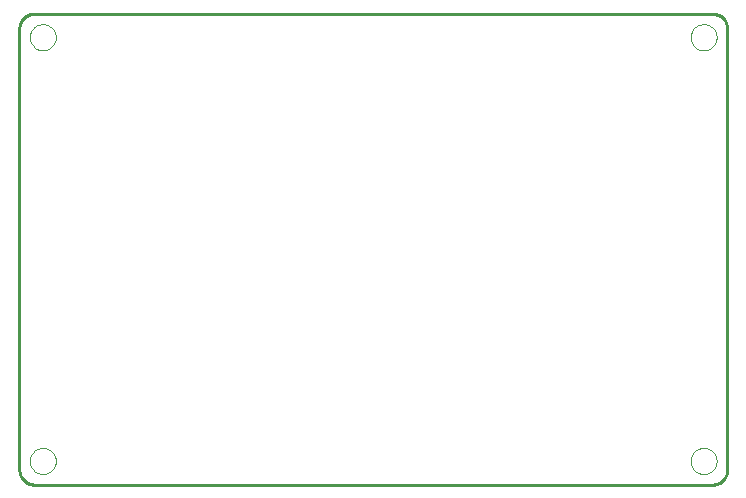
<source format=gbp>
G75*
G70*
%OFA0B0*%
%FSLAX24Y24*%
%IPPOS*%
%LPD*%
%AMOC8*
5,1,8,0,0,1.08239X$1,22.5*
%
%ADD10C,0.0100*%
%ADD11C,0.0000*%
D10*
X001387Y001081D02*
X023987Y001081D01*
X024031Y001083D01*
X024074Y001089D01*
X024116Y001098D01*
X024158Y001111D01*
X024198Y001128D01*
X024237Y001148D01*
X024274Y001171D01*
X024308Y001198D01*
X024341Y001227D01*
X024370Y001260D01*
X024397Y001294D01*
X024420Y001331D01*
X024440Y001370D01*
X024457Y001410D01*
X024470Y001452D01*
X024479Y001494D01*
X024485Y001537D01*
X024487Y001581D01*
X024487Y016281D01*
X024485Y016325D01*
X024479Y016368D01*
X024470Y016410D01*
X024457Y016452D01*
X024440Y016492D01*
X024420Y016531D01*
X024397Y016568D01*
X024370Y016602D01*
X024341Y016635D01*
X024308Y016664D01*
X024274Y016691D01*
X024237Y016714D01*
X024198Y016734D01*
X024158Y016751D01*
X024116Y016764D01*
X024074Y016773D01*
X024031Y016779D01*
X023987Y016781D01*
X001387Y016781D01*
X001343Y016779D01*
X001300Y016773D01*
X001258Y016764D01*
X001216Y016751D01*
X001176Y016734D01*
X001137Y016714D01*
X001100Y016691D01*
X001066Y016664D01*
X001033Y016635D01*
X001004Y016602D01*
X000977Y016568D01*
X000954Y016531D01*
X000934Y016492D01*
X000917Y016452D01*
X000904Y016410D01*
X000895Y016368D01*
X000889Y016325D01*
X000887Y016281D01*
X000887Y001581D01*
X000889Y001537D01*
X000895Y001494D01*
X000904Y001452D01*
X000917Y001410D01*
X000934Y001370D01*
X000954Y001331D01*
X000977Y001294D01*
X001004Y001260D01*
X001033Y001227D01*
X001066Y001198D01*
X001100Y001171D01*
X001137Y001148D01*
X001176Y001128D01*
X001216Y001111D01*
X001258Y001098D01*
X001300Y001089D01*
X001343Y001083D01*
X001387Y001081D01*
D11*
X001241Y001868D02*
X001243Y001909D01*
X001249Y001950D01*
X001259Y001990D01*
X001272Y002029D01*
X001289Y002066D01*
X001310Y002102D01*
X001334Y002136D01*
X001361Y002167D01*
X001390Y002195D01*
X001423Y002221D01*
X001457Y002243D01*
X001494Y002262D01*
X001532Y002277D01*
X001572Y002289D01*
X001612Y002297D01*
X001653Y002301D01*
X001695Y002301D01*
X001736Y002297D01*
X001776Y002289D01*
X001816Y002277D01*
X001854Y002262D01*
X001890Y002243D01*
X001925Y002221D01*
X001958Y002195D01*
X001987Y002167D01*
X002014Y002136D01*
X002038Y002102D01*
X002059Y002066D01*
X002076Y002029D01*
X002089Y001990D01*
X002099Y001950D01*
X002105Y001909D01*
X002107Y001868D01*
X002105Y001827D01*
X002099Y001786D01*
X002089Y001746D01*
X002076Y001707D01*
X002059Y001670D01*
X002038Y001634D01*
X002014Y001600D01*
X001987Y001569D01*
X001958Y001541D01*
X001925Y001515D01*
X001891Y001493D01*
X001854Y001474D01*
X001816Y001459D01*
X001776Y001447D01*
X001736Y001439D01*
X001695Y001435D01*
X001653Y001435D01*
X001612Y001439D01*
X001572Y001447D01*
X001532Y001459D01*
X001494Y001474D01*
X001458Y001493D01*
X001423Y001515D01*
X001390Y001541D01*
X001361Y001569D01*
X001334Y001600D01*
X001310Y001634D01*
X001289Y001670D01*
X001272Y001707D01*
X001259Y001746D01*
X001249Y001786D01*
X001243Y001827D01*
X001241Y001868D01*
X023266Y001868D02*
X023268Y001909D01*
X023274Y001950D01*
X023284Y001990D01*
X023297Y002029D01*
X023314Y002066D01*
X023335Y002102D01*
X023359Y002136D01*
X023386Y002167D01*
X023415Y002195D01*
X023448Y002221D01*
X023482Y002243D01*
X023519Y002262D01*
X023557Y002277D01*
X023597Y002289D01*
X023637Y002297D01*
X023678Y002301D01*
X023720Y002301D01*
X023761Y002297D01*
X023801Y002289D01*
X023841Y002277D01*
X023879Y002262D01*
X023915Y002243D01*
X023950Y002221D01*
X023983Y002195D01*
X024012Y002167D01*
X024039Y002136D01*
X024063Y002102D01*
X024084Y002066D01*
X024101Y002029D01*
X024114Y001990D01*
X024124Y001950D01*
X024130Y001909D01*
X024132Y001868D01*
X024130Y001827D01*
X024124Y001786D01*
X024114Y001746D01*
X024101Y001707D01*
X024084Y001670D01*
X024063Y001634D01*
X024039Y001600D01*
X024012Y001569D01*
X023983Y001541D01*
X023950Y001515D01*
X023916Y001493D01*
X023879Y001474D01*
X023841Y001459D01*
X023801Y001447D01*
X023761Y001439D01*
X023720Y001435D01*
X023678Y001435D01*
X023637Y001439D01*
X023597Y001447D01*
X023557Y001459D01*
X023519Y001474D01*
X023483Y001493D01*
X023448Y001515D01*
X023415Y001541D01*
X023386Y001569D01*
X023359Y001600D01*
X023335Y001634D01*
X023314Y001670D01*
X023297Y001707D01*
X023284Y001746D01*
X023274Y001786D01*
X023268Y001827D01*
X023266Y001868D01*
X023266Y015994D02*
X023268Y016035D01*
X023274Y016076D01*
X023284Y016116D01*
X023297Y016155D01*
X023314Y016192D01*
X023335Y016228D01*
X023359Y016262D01*
X023386Y016293D01*
X023415Y016321D01*
X023448Y016347D01*
X023482Y016369D01*
X023519Y016388D01*
X023557Y016403D01*
X023597Y016415D01*
X023637Y016423D01*
X023678Y016427D01*
X023720Y016427D01*
X023761Y016423D01*
X023801Y016415D01*
X023841Y016403D01*
X023879Y016388D01*
X023915Y016369D01*
X023950Y016347D01*
X023983Y016321D01*
X024012Y016293D01*
X024039Y016262D01*
X024063Y016228D01*
X024084Y016192D01*
X024101Y016155D01*
X024114Y016116D01*
X024124Y016076D01*
X024130Y016035D01*
X024132Y015994D01*
X024130Y015953D01*
X024124Y015912D01*
X024114Y015872D01*
X024101Y015833D01*
X024084Y015796D01*
X024063Y015760D01*
X024039Y015726D01*
X024012Y015695D01*
X023983Y015667D01*
X023950Y015641D01*
X023916Y015619D01*
X023879Y015600D01*
X023841Y015585D01*
X023801Y015573D01*
X023761Y015565D01*
X023720Y015561D01*
X023678Y015561D01*
X023637Y015565D01*
X023597Y015573D01*
X023557Y015585D01*
X023519Y015600D01*
X023483Y015619D01*
X023448Y015641D01*
X023415Y015667D01*
X023386Y015695D01*
X023359Y015726D01*
X023335Y015760D01*
X023314Y015796D01*
X023297Y015833D01*
X023284Y015872D01*
X023274Y015912D01*
X023268Y015953D01*
X023266Y015994D01*
X001241Y015994D02*
X001243Y016035D01*
X001249Y016076D01*
X001259Y016116D01*
X001272Y016155D01*
X001289Y016192D01*
X001310Y016228D01*
X001334Y016262D01*
X001361Y016293D01*
X001390Y016321D01*
X001423Y016347D01*
X001457Y016369D01*
X001494Y016388D01*
X001532Y016403D01*
X001572Y016415D01*
X001612Y016423D01*
X001653Y016427D01*
X001695Y016427D01*
X001736Y016423D01*
X001776Y016415D01*
X001816Y016403D01*
X001854Y016388D01*
X001890Y016369D01*
X001925Y016347D01*
X001958Y016321D01*
X001987Y016293D01*
X002014Y016262D01*
X002038Y016228D01*
X002059Y016192D01*
X002076Y016155D01*
X002089Y016116D01*
X002099Y016076D01*
X002105Y016035D01*
X002107Y015994D01*
X002105Y015953D01*
X002099Y015912D01*
X002089Y015872D01*
X002076Y015833D01*
X002059Y015796D01*
X002038Y015760D01*
X002014Y015726D01*
X001987Y015695D01*
X001958Y015667D01*
X001925Y015641D01*
X001891Y015619D01*
X001854Y015600D01*
X001816Y015585D01*
X001776Y015573D01*
X001736Y015565D01*
X001695Y015561D01*
X001653Y015561D01*
X001612Y015565D01*
X001572Y015573D01*
X001532Y015585D01*
X001494Y015600D01*
X001458Y015619D01*
X001423Y015641D01*
X001390Y015667D01*
X001361Y015695D01*
X001334Y015726D01*
X001310Y015760D01*
X001289Y015796D01*
X001272Y015833D01*
X001259Y015872D01*
X001249Y015912D01*
X001243Y015953D01*
X001241Y015994D01*
M02*

</source>
